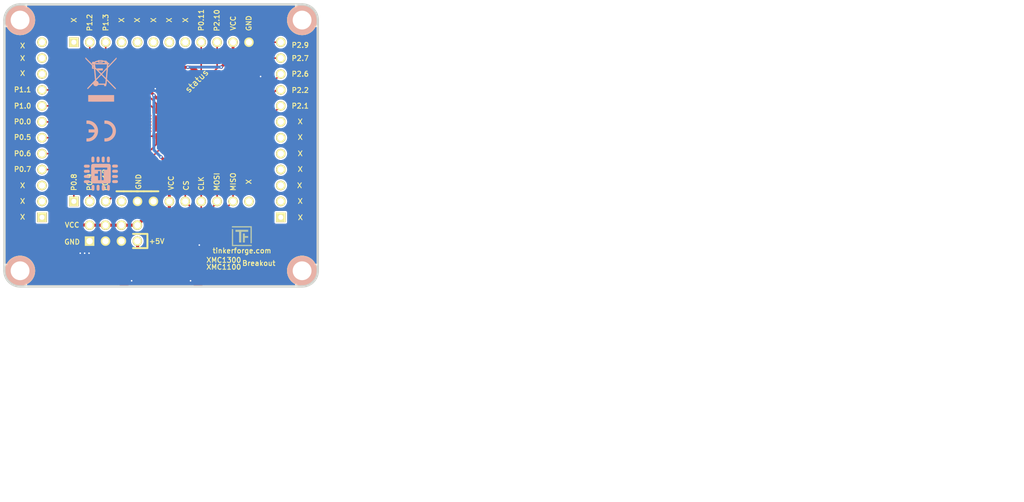
<source format=kicad_pcb>
(kicad_pcb (version 20221018) (generator pcbnew)
  (title_block (title "XMC1400 Breakout Board") (date "2017-02-07") (rev "1.0") (company "Tinkerforge GmbH") (comment 1 "Licensed under CERN OHL v.1.1") (comment 2 "Copyright (©) 2017, B.Nordmeyer <bastian@tinkerforge.com>"))
  (layers (0 "F.Cu" signal "Vorderseite") (31 "B.Cu" signal "Rückseite") (34 "B.Paste" user) (35 "F.Paste" user) (36 "B.SilkS" user "B.Silkscreen") (37 "F.SilkS" user "F.Silkscreen") (38 "B.Mask" user) (39 "F.Mask" user) (44 "Edge.Cuts" user))
  (net 0 "")
  (net 1 "GND")
  (net 2 "VCC")
  (net 3 "Net-(D3-Pad2)")
  (net 4 "S-MISO")
  (net 5 "S-MOSI")
  (net 6 "S-CLK")
  (net 7 "S-CS")
  (net 8 "Pin13")
  (net 9 "Pin14")
  (net 10 "Pin15")
  (net 11 "Pin16")
  (net 12 "Pin21")
  (net 13 "Pin22")
  (net 14 "Pin1")
  (net 15 "Pin12")
  (net 16 "Pin11")
  (net 17 "Pin10")
  (net 18 "Pin9")
  (net 19 "Pin8")
  (net 20 "Pin7")
  (net 21 "Pin6")
  (net 22 "Pin5")
  (net 23 "Pin4")
  (net 24 "Pin3")
  (net 25 "Pin2")
  (net 26 "Pin48")
  (net 27 "Pin39")
  (net 28 "Pin40")
  (net 29 "Pin43")
  (net 30 "Pin44")
  (net 31 "Pin45")
  (net 32 "Pin46")
  (net 33 "Pin47")
  (net 34 "Pin41")
  (net 35 "Pin42")
  (net 36 "Pin29")
  (net 37 "Pin30")
  (net 38 "Pin31")
  (net 39 "Pin32")
  (net 40 "Pin33")
  (net 41 "Pin34")
  (net 42 "Pin35")
  (net 43 "Pin36")
  (net 44 "Pin26")
  (net 45 "+5V")
  (net 46 "Net-(C3-Pad2)")
  (net 47 "Net-(P1-Pad4)")
  (net 48 "Net-(P1-Pad5)")
  (net 49 "Net-(P1-Pad6)")
  (net 50 "Net-(P6-Pad3)")
  (net 51 "Net-(P6-Pad4)")
  (footprint "kicad-libraries:SolderJumper" (layer "F.Cu") (at 161.175 95.675 -90)
    (fp_text reference "P2")
    (fp_text value "BOOT")
    (pad "1" smd rect (at -0.5 0 270) (size 0.4 1.4) (layers "F.Cu" "F.Mask") (net 1 "GND"))
    (pad "1" smd rect (at -0.225 -0.55 270) (size 0.95 0.3) (layers "F.Cu" "F.Mask") (net 1 "GND"))
    (pad "1" smd rect (at -0.225 0.55 270) (size 0.95 0.3) (layers "F.Cu" "F.Mask") (net 1 "GND"))
    (pad "2" smd rect (at 0.15 0 270) (size 0.6 0.5) (layers "F.Cu" "F.Mask") (net 41 "Pin34"))
    (pad "2" smd rect (at 0.55 0 270) (size 0.3 1.4) (layers "F.Cu" "F.Mask") (net 41 "Pin34"))
  )
  (footprint "kicad-libraries:Logo_31x31" (layer "F.Cu") (at 156.6 118.5)
    (fp_text reference "G***" hide)
    (fp_text value "Logo_31x31" hide)
  )
  (footprint "kicad-libraries:Fiducial_Mark" (layer "F.Cu") (at 128 120)
    (fp_text reference "Fiducial_Mark" hide)
    (fp_text value "VAL**" hide)
    (pad "1" smd circle (at 0 0) (size 1.00076 1.00076) (layers "F.Cu" "F.Paste" "F.Mask") (clearance 0.65024))
  )
  (footprint "kicad-libraries:Fiducial_Mark" (layer "F.Cu") (at 163 86)
    (fp_text reference "Fiducial_Mark" hide)
    (fp_text value "VAL**" hide)
    (pad "1" smd circle (at 0 0) (size 1.00076 1.00076) (layers "F.Cu" "F.Paste" "F.Mask") (clearance 0.65024))
  )
  (footprint "kicad-libraries:Fiducial_Mark" (layer "F.Cu") (at 131 93)
    (fp_text reference "Fiducial_Mark" hide)
    (fp_text value "VAL**" hide)
    (pad "1" smd circle (at 0 0) (size 1.00076 1.00076) (layers "F.Cu" "F.Paste" "F.Mask") (clearance 0.65024))
  )
  (footprint "kicad-libraries:pin_array_12" (layer "F.Cu") (at 145.35 89.13)
    (fp_text reference "P3")
    (fp_text value "CONN_01X12")
    (pad "1" thru_hole rect (at -13.97 0) (size 1.524 1.524) (drill 0.8128) (layers "*.Cu" "*.Mask" "F.SilkS") (net 26 "Pin48"))
    (pad "2" thru_hole circle (at -11.43 0) (size 1.524 1.524) (drill 1.016) (layers "*.Cu" "*.Mask" "F.SilkS") (net 33 "Pin47"))
    (pad "3" thru_hole circle (at -8.89 0) (size 1.524 1.524) (drill 1.016) (layers "*.Cu" "*.Mask" "F.SilkS") (net 32 "Pin46"))
    (pad "4" thru_hole circle (at -6.35 0) (size 1.524 1.524) (drill 1.016) (layers "*.Cu" "*.Mask" "F.SilkS") (net 31 "Pin45"))
    (pad "5" thru_hole circle (at -3.81 0) (size 1.524 1.524) (drill 1.016) (layers "*.Cu" "*.Mask" "F.SilkS") (net 30 "Pin44"))
    (pad "6" thru_hole circle (at -1.27 0) (size 1.524 1.524) (drill 1.016) (layers "*.Cu" "*.Mask" "F.SilkS") (net 29 "Pin43"))
    (pad "7" thru_hole circle (at 1.27 0) (size 1.524 1.524) (drill 1.016) (layers "*.Cu" "*.Mask" "F.SilkS") (net 35 "Pin42"))
    (pad "8" thru_hole circle (at 3.81 0) (size 1.524 1.524) (drill 1.016) (layers "*.Cu" "*.Mask" "F.SilkS") (net 34 "Pin41"))
    (pad "9" thru_hole circle (at 6.35 0) (size 1.524 1.524) (drill 1.016) (layers "*.Cu" "*.Mask" "F.SilkS") (net 28 "Pin40"))
    (pad "10" thru_hole circle (at 8.89 0) (size 1.524 1.524) (drill 1.016) (layers "*.Cu" "*.Mask" "F.SilkS") (net 27 "Pin39"))
    (pad "11" thru_hole circle (at 11.43 0) (size 1.524 1.524) (drill 1.016) (layers "*.Cu" "*.Mask" "F.SilkS") (net 2 "VCC"))
    (pad "12" thru_hole circle (at 13.97 0) (size 1.524 1.524) (drill 1.016) (layers "*.Cu" "*.Mask" "F.SilkS") (net 1 "GND"))
  )
  (footprint "kicad-libraries:pin_array_12" (layer "F.Cu") (at 126.3 103.1 90)
    (fp_text reference "P4")
    (fp_text value "CONN_01X12")
    (pad "1" thru_hole rect (at -13.97 0 90) (size 1.524 1.524) (drill 0.8128) (layers "*.Cu" "*.Mask" "F.SilkS") (net 15 "Pin12"))
    (pad "2" thru_hole circle (at -11.43 0 90) (size 1.524 1.524) (drill 1.016) (layers "*.Cu" "*.Mask" "F.SilkS") (net 16 "Pin11"))
    (pad "3" thru_hole circle (at -8.89 0 90) (size 1.524 1.524) (drill 1.016) (layers "*.Cu" "*.Mask" "F.SilkS") (net 17 "Pin10"))
    (pad "4" thru_hole circle (at -6.35 0 90) (size 1.524 1.524) (drill 1.016) (layers "*.Cu" "*.Mask" "F.SilkS") (net 18 "Pin9"))
    (pad "5" thru_hole circle (at -3.81 0 90) (size 1.524 1.524) (drill 1.016) (layers "*.Cu" "*.Mask" "F.SilkS") (net 19 "Pin8"))
    (pad "6" thru_hole circle (at -1.27 0 90) (size 1.524 1.524) (drill 1.016) (layers "*.Cu" "*.Mask" "F.SilkS") (net 20 "Pin7"))
    (pad "7" thru_hole circle (at 1.27 0 90) (size 1.524 1.524) (drill 1.016) (layers "*.Cu" "*.Mask" "F.SilkS") (net 21 "Pin6"))
    (pad "8" thru_hole circle (at 3.81 0 90) (size 1.524 1.524) (drill 1.016) (layers "*.Cu" "*.Mask" "F.SilkS") (net 22 "Pin5"))
    (pad "9" thru_hole circle (at 6.35 0 90) (size 1.524 1.524) (drill 1.016) (layers "*.Cu" "*.Mask" "F.SilkS") (net 23 "Pin4"))
    (pad "10" thru_hole circle (at 8.89 0 90) (size 1.524 1.524) (drill 1.016) (layers "*.Cu" "*.Mask" "F.SilkS") (net 24 "Pin3"))
    (pad "11" thru_hole circle (at 11.43 0 90) (size 1.524 1.524) (drill 1.016) (layers "*.Cu" "*.Mask" "F.SilkS") (net 25 "Pin2"))
    (pad "12" thru_hole circle (at 13.97 0 90) (size 1.524 1.524) (drill 1.016) (layers "*.Cu" "*.Mask" "F.SilkS") (net 14 "Pin1"))
  )
  (footprint "kicad-libraries:pin_array_12" (layer "F.Cu") (at 145.35 114.53)
    (fp_text reference "P5")
    (fp_text value "CONN_01X12")
    (pad "1" thru_hole rect (at -13.97 0) (size 1.524 1.524) (drill 0.8128) (layers "*.Cu" "*.Mask" "F.SilkS") (net 8 "Pin13"))
    (pad "2" thru_hole circle (at -11.43 0) (size 1.524 1.524) (drill 1.016) (layers "*.Cu" "*.Mask" "F.SilkS") (net 9 "Pin14"))
    (pad "3" thru_hole circle (at -8.89 0) (size 1.524 1.524) (drill 1.016) (layers "*.Cu" "*.Mask" "F.SilkS") (net 10 "Pin15"))
    (pad "4" thru_hole circle (at -6.35 0) (size 1.524 1.524) (drill 1.016) (layers "*.Cu" "*.Mask" "F.SilkS") (net 11 "Pin16"))
    (pad "5" thru_hole circle (at -3.81 0) (size 1.524 1.524) (drill 1.016) (layers "*.Cu" "*.Mask" "F.SilkS") (net 1 "GND"))
    (pad "6" thru_hole circle (at -1.27 0) (size 1.524 1.524) (drill 1.016) (layers "*.Cu" "*.Mask" "F.SilkS") (net 1 "GND"))
    (pad "7" thru_hole circle (at 1.27 0) (size 1.524 1.524) (drill 1.016) (layers "*.Cu" "*.Mask" "F.SilkS") (net 2 "VCC"))
    (pad "8" thru_hole circle (at 3.81 0) (size 1.524 1.524) (drill 1.016) (layers "*.Cu" "*.Mask" "F.SilkS") (net 7 "S-CS"))
    (pad "9" thru_hole circle (at 6.35 0) (size 1.524 1.524) (drill 1.016) (layers "*.Cu" "*.Mask" "F.SilkS") (net 6 "S-CLK"))
    (pad "10" thru_hole circle (at 8.89 0) (size 1.524 1.524) (drill 1.016) (layers "*.Cu" "*.Mask" "F.SilkS") (net 5 "S-MOSI"))
    (pad "11" thru_hole circle (at 11.43 0) (size 1.524 1.524) (drill 1.016) (layers "*.Cu" "*.Mask" "F.SilkS") (net 4 "S-MISO"))
    (pad "12" thru_hole circle (at 13.97 0) (size 1.524 1.524) (drill 1.016) (layers "*.Cu" "*.Mask" "F.SilkS") (net 12 "Pin21"))
  )
  (footprint "kicad-libraries:pin_array_12" (layer "F.Cu") (at 164.4 103.1 90)
    (fp_text reference "P6")
    (fp_text value "CONN_01X12")
    (pad "1" thru_hole rect (at -13.97 0 90) (size 1.524 1.524) (drill 0.8128) (layers "*.Cu" "*.Mask" "F.SilkS") (net 13 "Pin22"))
    (pad "2" thru_hole circle (at -11.43 0 90) (size 1.524 1.524) (drill 1.016) (layers "*.Cu" "*.Mask" "F.SilkS") (net 44 "Pin26"))
    (pad "3" thru_hole circle (at -8.89 0 90) (size 1.524 1.524) (drill 1.016) (layers "*.Cu" "*.Mask" "F.SilkS") (net 50 "Net-(P6-Pad3)"))
    (pad "4" thru_hole circle (at -6.35 0 90) (size 1.524 1.524) (drill 1.016) (layers "*.Cu" "*.Mask" "F.SilkS") (net 51 "Net-(P6-Pad4)"))
    (pad "5" thru_hole circle (at -3.81 0 90) (size 1.524 1.524) (drill 1.016) (layers "*.Cu" "*.Mask" "F.SilkS") (net 36 "Pin29"))
    (pad "6" thru_hole circle (at -1.27 0 90) (size 1.524 1.524) (drill 1.016) (layers "*.Cu" "*.Mask" "F.SilkS") (net 37 "Pin30"))
    (pad "7" thru_hole circle (at 1.27 0 90) (size 1.524 1.524) (drill 1.016) (layers "*.Cu" "*.Mask" "F.SilkS") (net 38 "Pin31"))
    (pad "8" thru_hole circle (at 3.81 0 90) (size 1.524 1.524) (drill 1.016) (layers "*.Cu" "*.Mask" "F.SilkS") (net 39 "Pin32"))
    (pad "9" thru_hole circle (at 6.35 0 90) (size 1.524 1.524) (drill 1.016) (layers "*.Cu" "*.Mask" "F.SilkS") (net 40 "Pin33"))
    (pad "10" thru_hole circle (at 8.89 0 90) (size 1.524 1.524) (drill 1.016) (layers "*.Cu" "*.Mask" "F.SilkS") (net 41 "Pin34"))
    (pad "11" thru_hole circle (at 11.43 0 90) (size 1.524 1.524) (drill 1.016) (layers "*.Cu" "*.Mask" "F.SilkS") (net 42 "Pin35"))
    (pad "12" thru_hole circle (at 13.97 0 90) (size 1.524 1.524) (drill 1.016) (layers "*.Cu" "*.Mask" "F.SilkS") (net 43 "Pin36"))
  )
  (footprint "C0603F" (layer "F.Cu") (at 137.5 124.6 -90)
    (fp_text reference "C1")
    (fp_text value "10uF")
    (pad "1" smd rect (at -0.75 0 270) (size 0.9 0.9) (layers "F.Cu" "F.Paste" "F.Mask") (net 1 "GND"))
    (pad "2" smd rect (at 0.75 0 270) (size 0.9 0.9) (layers "F.Cu" "F.Paste" "F.Mask") (net 2 "VCC"))
  )
  (footprint "C0603F" (layer "F.Cu") (at 133.1 124.6 -90)
    (fp_text reference "C2")
    (fp_text value "1uF")
    (pad "1" smd rect (at -0.75 0 270) (size 0.9 0.9) (layers "F.Cu" "F.Paste" "F.Mask") (net 1 "GND"))
    (pad "2" smd rect (at 0.75 0 270) (size 0.9 0.9) (layers "F.Cu" "F.Paste" "F.Mask") (net 2 "VCC"))
  )
  (footprint "D0603E" (layer "F.Cu") (at 149.95 94.3 -135)
    (fp_text reference "D3")
    (fp_text value "blue")
    (pad "1" smd rect (at -0.8501 0 225) (size 1.1 1) (layers "F.Cu" "F.Paste" "F.Mask") (net 2 "VCC"))
    (pad "2" smd rect (at 0.8501 0 225) (size 1.1 1) (layers "F.Cu" "F.Paste" "F.Mask") (net 3 "Net-(D3-Pad2)"))
  )
  (footprint "CON-SENSOR2" (layer "F.Cu") (at 145.3 128.1)
    (fp_text reference "P1")
    (fp_text value "CON-SENSOR2")
    (pad "1" smd rect (at -3.75 -4.6) (size 0.6 1.8) (layers "F.Cu" "F.Paste" "F.Mask") (net 45 "+5V"))
    (pad "2" smd rect (at -2.5 -4.6) (size 0.6 1.8) (layers "F.Cu" "F.Paste" "F.Mask") (net 1 "GND"))
    (pad "3" smd rect (at -1.25 -4.6) (size 0.6 1.8) (layers "F.Cu" "F.Paste" "F.Mask") (net 2 "VCC"))
    (pad "4" smd rect (at 0 -4.6) (size 0.6 1.8) (layers "F.Cu" "F.Paste" "F.Mask") (net 47 "Net-(P1-Pad4)"))
    (pad "5" smd rect (at 1.25 -4.6) (size 0.6 1.8) (layers "F.Cu" "F.Paste" "F.Mask") (net 48 "Net-(P1-Pad5)"))
    (pad "6" smd rect (at 2.5 -4.6) (size 0.6 1.8) (layers "F.Cu" "F.Paste" "F.Mask") (net 49 "Net-(P1-Pad6)"))
    (pad "7" smd rect (at 3.75 -4.6) (size 0.6 1.8) (layers "F.Cu" "F.Paste" "F.Mask") (net 46 "Net-(C3-Pad2)"))
    (pad "EP" smd rect (at -5.9 -1.2) (size 1.4 2.4) (layers "F.Cu" "F.Paste" "F.Mask") (net 1 "GND"))
    (pad "EP" smd rect (at 5.9 -1.2) (size 1.4 2.4) (layers "F.Cu" "F.Paste" "F.Mask") (net 1 "GND"))
  )
  (footprint "R0603F" (layer "F.Cu") (at 147.8 96.475 45)
    (fp_text reference "R1")
    (fp_text value "1k")
    (pad "1" smd rect (at -0.75 0 45) (size 0.9 0.9) (layers "F.Cu" "F.Paste" "F.Mask") (net 28 "Pin40"))
    (pad "2" smd rect (at 0.75 0 45) (size 0.9 0.9) (layers "F.Cu" "F.Paste" "F.Mask") (net 3 "Net-(D3-Pad2)"))
  )
  (footprint "DRILL_NP" (layer "F.Cu") (at 122.8 85.6 -90)
    (fp_text reference "U2" hide)
    (fp_text value "DRILL" hide)
    (pad "" np_thru_hole circle (at 0 0 270) (size 2.99974 2.99974) (drill 2.99974) (layers "*.Cu" "*.Mask" "F.SilkS") (clearance 0.89916))
  )
  (footprint "DRILL_NP" (layer "F.Cu") (at 122.8 125.6 90)
    (fp_text reference "U3" hide)
    (fp_text value "DRILL" hide)
    (pad "" np_thru_hole circle (at 0 0 90) (size 2.99974 2.99974) (drill 2.99974) (layers "*.Cu" "*.Mask" "F.SilkS") (clearance 0.89916))
  )
  (footprint "DRILL_NP" (layer "F.Cu") (at 167.8 125.6 90)
    (fp_text reference "U4" hide)
    (fp_text value "DRILL" hide)
    (pad "" np_thru_hole circle (at 0 0 90) (size 2.99974 2.99974) (drill 2.99974) (layers "*.Cu" "*.Mask" "F.SilkS") (clearance 0.89916))
  )
  (footprint "DRILL_NP" (layer "F.Cu") (at 167.8 85.6)
    (fp_text reference "U5" hide)
    (fp_text value "DRILL" hide)
    (pad "" np_thru_hole circle (at 0 0) (size 2.99974 2.99974) (drill 2.99974) (layers "*.Cu" "*.Mask" "F.SilkS") (clearance 0.89916))
  )
  (footprint "kicad-libraries:pin_array_4x2" (layer "F.Cu") (at 137.7 119.6)
    (fp_text reference "P7")
    (fp_text value "CONN_02X04" hide)
    (pad "1" thru_hole rect (at -3.81 1.27) (size 1.524 1.524) (drill 1.016) (layers "*.Cu" "*.Mask" "F.SilkS") (net 1 "GND"))
    (pad "2" thru_hole circle (at -3.81 -1.27) (size 1.524 1.524) (drill 1.016) (layers "*.Cu" "*.Mask" "F.SilkS") (net 2 "VCC"))
    (pad "3" thru_hole circle (at -1.27 1.27) (size 1.524 1.524) (drill 1.016) (layers "*.Cu" "*.Mask" "F.SilkS") (net 1 "GND"))
    (pad "4" thru_hole circle (at -1.27 -1.27) (size 1.524 1.524) (drill 1.016) (layers "*.Cu" "*.Mask" "F.SilkS") (net 2 "VCC"))
    (pad "5" thru_hole circle (at 1.27 1.27) (size 1.524 1.524) (drill 1.016) (layers "*.Cu" "*.Mask" "F.SilkS") (net 1 "GND"))
    (pad "6" thru_hole circle (at 1.27 -1.27) (size 1.524 1.524) (drill 1.016) (layers "*.Cu" "*.Mask" "F.SilkS") (net 2 "VCC"))
    (pad "7" thru_hole circle (at 3.81 1.27) (size 1.524 1.524) (drill 1.016) (layers "*.Cu" "*.Mask" "F.SilkS") (net 45 "+5V"))
    (pad "8" thru_hole circle (at 3.81 -1.27) (size 1.524 1.524) (drill 1.016) (layers "*.Cu" "*.Mask" "F.SilkS") (net 2 "VCC"))
  )
  (footprint "C0603F" (layer "F.Cu") (at 149.8 121.5 180)
    (fp_text reference "C3")
    (fp_text value "220pF")
    (pad "1" smd rect (at -0.75 0 180) (size 0.9 0.9) (layers "F.Cu" "F.Paste" "F.Mask") (net 1 "GND"))
    (pad "2" smd rect (at 0.75 0 180) (size 0.9 0.9) (layers "F.Cu" "F.Paste" "F.Mask") (net 46 "Net-(C3-Pad2)"))
  )
  (footprint "4X0402" (layer "F.Cu") (at 149.6 119 135)
    (fp_text reference "RP1")
    (fp_text value "82")
    (pad "1" smd rect (at -0.7493 0.575 315) (size 0.29972 0.65) (layers "F.Cu" "F.Paste" "F.Mask") (net 4 "S-MISO"))
    (pad "2" smd rect (at -0.24892 0.575 315) (size 0.29972 0.65) (layers "F.Cu" "F.Paste" "F.Mask") (net 5 "S-MOSI"))
    (pad "3" smd rect (at 0.24892 0.575 315) (size 0.29972 0.65) (layers "F.Cu" "F.Paste" "F.Mask") (net 6 "S-CLK"))
    (pad "4" smd rect (at 0.7493 0.575 315) (size 0.29972 0.65) (layers "F.Cu" "F.Paste" "F.Mask") (net 7 "S-CS"))
    (pad "5" smd rect (at 0.7493 -0.575 135) (size 0.29972 0.65) (layers "F.Cu" "F.Paste" "F.Mask") (net 47 "Net-(P1-Pad4)"))
    (pad "6" smd rect (at 0.24892 -0.575 135) (size 0.29972 0.65) (layers "F.Cu" "F.Paste" "F.Mask") (net 48 "Net-(P1-Pad5)"))
    (pad "7" smd rect (at -0.24892 -0.575 135) (size 0.29972 0.65) (layers "F.Cu" "F.Paste" "F.Mask") (net 49 "Net-(P1-Pad6)"))
    (pad "8" smd rect (at -0.7493 -0.575 135) (size 0.29972 0.65) (layers "F.Cu" "F.Paste" "F.Mask") (net 46 "Net-(C3-Pad2)"))
  )
  (footprint "kicad-libraries:QFN24-4x4mm-0.5mm" (layer "F.Cu") (at 145.3 102.1 180)
    (fp_text reference "U1")
    (fp_text value "XMC1XXX24")
    (pad "1" smd oval (at -2.025 -1.25 180) (size 1 0.3) (layers "F.Cu" "F.Paste" "F.Mask") (net 4 "S-MISO"))
    (pad "2" smd oval (at -2.025 -0.75 180) (size 1 0.3) (layers "F.Cu" "F.Paste" "F.Mask") (net 39 "Pin32"))
    (pad "3" smd oval (at -2.025 -0.25 180) (size 1 0.3) (layers "F.Cu" "F.Paste" "F.Mask") (net 40 "Pin33"))
    (pad "4" smd oval (at -2.025 0.25 180) (size 1 0.3) (layers "F.Cu" "F.Paste" "F.Mask") (net 41 "Pin34"))
    (pad "5" smd oval (at -2.025 0.75 180) (size 1 0.3) (layers "F.Cu" "F.Paste" "F.Mask") (net 42 "Pin35"))
    (pad "6" smd oval (at -2.025 1.25 180) (size 1 0.3) (layers "F.Cu" "F.Paste" "F.Mask") (net 43 "Pin36"))
    (pad "7" smd oval (at -1.25 2.025 270) (size 1 0.3) (layers "F.Cu" "F.Paste" "F.Mask") (net 27 "Pin39"))
    (pad "8" smd oval (at -0.75 2.025 270) (size 1 0.3) (layers "F.Cu" "F.Paste" "F.Mask") (net 28 "Pin40"))
    (pad "9" smd oval (at -0.25 2.025 270) (size 1 0.3) (layers "F.Cu" "F.Paste" "F.Mask") (net 1 "GND"))
    (pad "10" smd oval (at 0.25 2.025 270) (size 1 0.3) (layers "F.Cu" "F.Paste" "F.Mask") (net 2 "VCC"))
    (pad "11" smd oval (at 0.75 2.025 270) (size 1 0.3) (layers "F.Cu" "F.Paste" "F.Mask") (net 32 "Pin46"))
    (pad "12" smd oval (at 1.25 2.025 270) (size 1 0.3) (layers "F.Cu" "F.Paste" "F.Mask") (net 33 "Pin47"))
    (pad "13" smd oval (at 2.025 1.25 180) (size 1 0.3) (layers "F.Cu" "F.Paste" "F.Mask") (net 23 "Pin4"))
    (pad "14" smd oval (at 2.025 0.75 180) (size 1 0.3) (layers "F.Cu" "F.Paste" "F.Mask") (net 22 "Pin5"))
    (pad "15" smd oval (at 2.025 0.25 180) (size 1 0.3) (layers "F.Cu" "F.Paste" "F.Mask") (net 21 "Pin6"))
    (pad "16" smd oval (at 2.025 -0.25 180) (size 1 0.3) (layers "F.Cu" "F.Paste" "F.Mask") (net 20 "Pin7"))
    (pad "17" smd oval (at 2.025 -0.75 180) (size 1 0.3) (layers "F.Cu" "F.Paste" "F.Mask") (net 19 "Pin8"))
    (pad "18" smd oval (at 2.025 -1.25 180) (size 1 0.3) (layers "F.Cu" "F.Paste" "F.Mask") (net 18 "Pin9"))
    (pad "19" smd oval (at 1.25 -2.025 270) (size 1 0.3) (layers "F.Cu" "F.Paste" "F.Mask") (net 8 "Pin13"))
    (pad "20" smd oval (at 0.75 -2.025 270) (size 1 0.3) (layers "F.Cu" "F.Paste" "F.Mask") (net 9 "Pin14"))
    (pad "21" smd oval (at 0.25 -2.025 270) (size 1 0.3) (layers "F.Cu" "F.Paste" "F.Mask") (net 10 "Pin15"))
    (pad "22" smd oval (at -0.25 -2.025 270) (size 1 0.3) (layers "F.Cu" "F.Paste" "F.Mask") (net 7 "S-CS"))
    (pad "23" smd oval (at -0.75 -2.025 270) (size 1 0.3) (layers "F.Cu" "F.Paste" "F.Mask") (net 6 "S-CLK"))
    (pad "24" smd oval (at -1.25 -2.025 270) (size 1 0.3) (layers "F.Cu" "F.Paste" "F.Mask") (net 5 "S-MOSI"))
    (pad "EXP" smd rect (at -0.65 -0.65 180) (size 1.3 1.3) (layers "F.Cu" "F.Paste" "F.Mask") (net 1 "GND"))
    (pad "EXP" smd rect (at -0.65 0.65 180) (size 1.3 1.3) (layers "F.Cu" "F.Paste" "F.Mask") (net 1 "GND"))
    (pad "EXP" smd rect (at 0.65 -0.65 180) (size 1.3 1.3) (layers "F.Cu" "F.Paste" "F.Mask") (net 1 "GND"))
    (pad "EXP" smd rect (at 0.65 0.65 180) (size 1.3 1.3) (layers "F.Cu" "F.Paste" "F.Mask") (net 1 "GND"))
  )
  (footprint "C0603F" (layer "F.Cu") (at 145.3 97.3 90)
    (fp_text reference "C4")
    (fp_text value "100nF")
    (pad "1" smd rect (at -0.75 0 90) (size 0.9 0.9) (layers "F.Cu" "F.Paste" "F.Mask") (net 2 "VCC"))
    (pad "2" smd rect (at 0.75 0 90) (size 0.9 0.9) (layers "F.Cu" "F.Paste" "F.Mask") (net 1 "GND"))
  )
  (footprint "kicad-libraries:WEEE_7mm_back" (layer "B.Cu") (at 135.7 95.1)
    (fp_text reference "VAL" hide)
    (fp_text value "WEEE_7mm_back" hide)
  )
  (footprint "kicad-libraries:CE_5mm" (layer "B.Cu") (at 135.7 103.3 180)
    (fp_text reference "VAL" hide)
    (fp_text value "CE_5mm" hide)
  )
  (footprint "kicad-libraries:Logo_CoMCU" (layer "B.Cu") (at 135.7 110.1 180)
    (fp_text reference "G***" hide)
    (fp_text value "LOGO" hide)
  )
  (gr_line (start 167.8 128.1) (end 122.8 128.1) (stroke (width 0.381)) (layer "Edge.Cuts"))
  (gr_arc (start 120.3 85.6) (mid 121.032233 83.832233) (end 122.8 83.1) (stroke (width 0.381)) (layer "Edge.Cuts"))
  (gr_line (start 120.3 125.6) (end 120.3 85.6) (stroke (width 0.381)) (layer "Edge.Cuts"))
  (gr_line (start 170.3 85.6) (end 170.3 125.6) (stroke (width 0.381)) (layer "Edge.Cuts"))
  (gr_arc (start 167.8 83.1) (mid 169.567767 83.832233) (end 170.3 85.6) (stroke (width 0.381)) (layer "Edge.Cuts"))
  (gr_line (start 122.8 83.1) (end 167.8 83.1) (stroke (width 0.381)) (layer "Edge.Cuts"))
  (gr_arc (start 170.3 125.6) (mid 169.567767 127.367767) (end 167.8 128.1) (stroke (width 0.381)) (layer "Edge.Cuts"))
  (gr_arc (start 122.8 128.1) (mid 121.032233 127.367767) (end 120.3 125.6) (stroke (width 0.381)) (layer "Edge.Cuts"))
  (gr_text "_" (at 142 121.1 90) (layer "F.SilkS") (effects (font (size 2.032 1.524) (thickness 0.3048))))
  (gr_text "tinkerforge.com" (at 158.2 122.4) (layer "F.SilkS") (effects (font (size 0.8001 0.8001) (thickness 0.14986))))
  (gr_text "P1.3" (at 136.475 86 90) (layer "F.SilkS") (effects (font (size 0.8 0.8))))
  (gr_text "X" (at 159.3 111.4 90) (layer "F.SilkS") (effects (font (size 0.8 0.8))))
  (gr_text "_" (at 141.4 118.6) (layer "F.SilkS") (effects (font (size 2.032 1.524) (thickness 0.3048))))
  (gr_text "P2.2" (at 167.5 96.8) (layer "F.SilkS") (effects (font (size 0.8 0.8))))
  (gr_text "X" (at 144.1 85.6 90) (layer "F.SilkS") (effects (font (size 0.8 0.8))))
  (gr_text "P0.0" (at 123.2 101.8) (layer "F.SilkS") (effects (font (size 0.8 0.8))))
  (gr_text "XMC1300\n" (at 155.3 123.9) (layer "F.SilkS") (effects (font (size 0.8 0.8))))
  (gr_text "_" (at 142.5 123.1 180) (layer "F.SilkS") (effects (font (size 2.032 1.524) (thickness 0.3048))))
  (gr_text "P1.0" (at 123.2 99.3) (layer "F.SilkS") (effects (font (size 0.8 0.8))))
  (gr_text "X" (at 149.2 85.6 90) (layer "F.SilkS") (effects (font (size 0.8 0.8))))
  (gr_text "___" (at 139.925 111.8) (layer "F.SilkS") (effects (font (size 2.032 1.524) (thickness 0.3048))))
  (gr_text "P0.11" (at 151.7 85.6 90) (layer "F.SilkS") (effects (font (size 0.8 0.8))))
  (gr_text "CS" (at 149.3 112 90) (layer "F.SilkS") (effects (font (size 0.8 0.8))))
  (gr_text "MOSI" (at 154.2 111.4 90) (layer "F.SilkS") (effects (font (size 0.8 0.8))))
  (gr_text "_" (at 141.4 123.1 180) (layer "F.SilkS") (effects (font (size 2.032 1.524) (thickness 0.3048))))
  (gr_text "GND\n" (at 159.3 86.1 90) (layer "F.SilkS") (effects (font (size 0.8 0.8))))
  (gr_text "X" (at 146.6 85.6 90) (layer "F.SilkS") (effects (font (size 0.8 0.8))))
  (gr_text "P0.8\n" (at 131.4 111.475 90) (layer "F.SilkS") (effects (font (size 0.8 0.8))))
  (gr_text "X" (at 141.5 85.6 90) (layer "F.SilkS") (effects (font (size 0.8 0.8))))
  (gr_text "P0.12" (at 136.4 111.1 90) (layer "F.SilkS") (effects (font (size 0.8 0.8))))
  (gr_text "_" (at 142 121.4 90) (layer "F.SilkS") (effects (font (size 2.032 1.524) (thickness 0.3048))))
  (gr_text "P1.2\n" (at 133.9 86 90) (layer "F.SilkS") (effects (font (size 0.8 0.8))))
  (gr_text "P0.5" (at 123.2 104.3) (layer "F.SilkS") (effects (font (size 0.8 0.8))))
  (gr_text "___" (at 143.125 111.8) (layer "F.SilkS") (effects (font (size 2.032 1.524) (thickness 0.3048))))
  (gr_text "P0.9" (at 133.9 111.475 90) (layer "F.SilkS") (effects (font (size 0.8 0.8))))
  (gr_text "P0.6" (at 123.2 106.9) (layer "F.SilkS") (effects (font (size 0.8 0.8))))
  (gr_text "VCC" (at 146.9 111.6 90) (layer "F.SilkS") (effects (font (size 0.8 0.8))))
  (gr_text "X" (at 139 85.6 90) (layer "F.SilkS") (effects (font (size 0.8 0.8))))
  (gr_text "X" (at 167.525 117.1) (layer "F.SilkS") (effects (font (size 0.8 0.8))))
  (gr_text "X" (at 123.2 114.5) (layer "F.SilkS") (effects (font (size 0.8 0.8))))
  (gr_text "X" (at 131.4 85.6 90) (layer "F.SilkS") (effects (font (size 0.8 0.8))))
  (gr_text "_" (at 142.5 118.6) (layer "F.SilkS") (effects (font (size 2.032 1.524) (thickness 0.3048))))
  (gr_text "P2.10" (at 154.2 85.65 90) (layer "F.SilkS") (effects (font (size 0.8 0.8))))
  (gr_text "GND\n" (at 131.1 121) (layer "F.SilkS") (effects (font (size 0.8 0.8))))
  (gr_text "X" (at 167.5 114.5) (layer "F.SilkS") (effects (font (size 0.8 0.8))))
  (gr_text "GND\n" (at 141.7 111.4 90) (layer "F.SilkS") (effects (font (size 0.8 0.8))))
  (gr_text "X" (at 167.5 104.3) (layer "F.SilkS") (effects (font (size 0.8 0.8))))
  (gr_text "X" (at 167.5 101.8) (layer "F.SilkS") (effects (font (size 0.8 0.8))))
  (gr_text "P1.1" (at 123.2 96.7) (layer "F.SilkS") (effects (font (size 0.8 0.8))))
  (gr_text "MISO" (at 156.8 111.4 90) (layer "F.SilkS") (effects (font (size 0.8 0.8))))
  (gr_text "X" (at 167.5 106.9) (layer "F.SilkS") (effects (font (size 0.8 0.8))))
  (gr_text "P0.7" (at 123.2 109.4) (layer "F.SilkS") (effects (font (size 0.8 0.8))))
  (gr_text "X" (at 123.2 94.1) (layer "F.SilkS") (effects (font (size 0.8 0.8))))
  (gr_text "P2.7" (at 167.5 91.7) (layer "F.SilkS") (effects (font (size 0.8 0.8))))
  (gr_text "X" (at 123.2 112) (layer "F.SilkS") (effects (font (size 0.8 0.8))))
  (gr_text "P2.1" (at 167.5 99.3) (layer "F.SilkS") (effects (font (size 0.8 0.8))))
  (gr_text "X" (at 123.2 117.025) (layer "F.SilkS") (effects (font (size 0.8 0.8))))
  (gr_text "VCC" (at 131.1 118.3) (layer "F.SilkS") (effects (font (size 0.8 0.8))))
  (gr_text "Breakout\n" (at 160.9 124.4) (layer "F.SilkS") (effects (font (size 0.8 0.8))))
  (gr_text "+5V" (at 144.6 120.9) (layer "F.SilkS") (effects (font (size 0.8 0.8))))
  (gr_text "X" (at 123.2 89.7) (layer "F.SilkS") (effects (font (size 0.8 0.8))))
  (gr_text "X" (at 123.2 91.7) (layer "F.SilkS") (effects (font (size 0.8 0.8))))
  (gr_text "VCC" (at 156.8 86.1 90) (layer "F.SilkS") (effects (font (size 0.8 0.8))))
  (gr_text "XMC1100\n" (at 155.3 125) (layer "F.SilkS") (effects (font (size 0.8 0.8))))
  (gr_text "P2.6\n" (at 167.5 94.2) (layer "F.SilkS") (effects (font (size 0.8 0.8))))
  (gr_text "CLK" (at 151.7 111.7 90) (layer "F.SilkS") (effects (font (size 0.8 0.8))))
  (gr_text "X" (at 167.5 109.4) (layer "F.SilkS") (effects (font (size 0.8 0.8))))
  (gr_text "_" (at 142 120.3 90) (layer "F.SilkS") (effects (font (size 2.032 1.524) (thickness 0.3048))))
  (gr_text "P2.9" (at 167.5 89.6) (layer "F.SilkS") (effects (font (size 0.8 0.8))))
  (gr_text "status" (at 150.99 95.31 45) (layer "F.SilkS") (effects (font (size 1 1))))
  (gr_text "X" (at 167.4 112) (layer "F.SilkS") (effects (font (size 0.8 0.8))))
  (segment (start 133.0499 123.7499) (end 132.4 123.1) (width 0.7) (layer "F.Cu") (net 1))
  (segment (start 132.4 123.1) (end 132.4 122.8) (width 0.7) (layer "F.Cu") (net 1))
  (segment (start 133.1 123.7) (end 133.8 123) (width 0.7) (layer "F.Cu") (net 1))
  (segment (start 133.8 123) (end 133.8 122.8) (width 0.7) (layer "F.Cu") (net 1))
  (segment (start 140.59916 127.20084) (end 140.6 127.2) (width 0.5) (layer "F.Cu") (net 1))
  (segment (start 150.00084 127.20084) (end 150 127.2) (width 0.5) (layer "F.Cu") (net 1))
  (segment (start 142.8 124.7) (end 142.6 124.9) (width 0.5) (layer "F.Cu") (net 1))
  (segment (start 142.6 124.9) (end 141.1 124.9) (width 0.5) (layer "F.Cu") (net 1))
  (segment (start 141.1 124.9) (end 139.9499 123.7499) (width 0.5) (layer "F.Cu") (net 1))
  (segment (start 139.9499 123.7499) (end 137.5 123.7499) (width 0.5) (layer "F.Cu") (net 1))
  (segment (start 145.55 99.15) (end 145.775 98.925) (width 0.25) (layer "F.Cu") (net 1))
  (segment (start 145.775 98.925) (end 146.075 98.925) (width 0.25) (layer "F.Cu") (net 1))
  (segment (start 146.075 98.925) (end 146.1 98.9) (width 0.25) (layer "F.Cu") (net 1))
  (segment (start 146.1 98.9) (end 146.1 97.35) (width 0.25) (layer "F.Cu") (net 1))
  (segment (start 146.1 97.35) (end 145.3 96.55) (width 0.25) (layer "F.Cu") (net 1))
  (segment (start 160.625 95.215) (end 160.65 95.19) (width 0.2) (layer "F.Cu") (net 1))
  (segment (start 160.65 95.19) (end 161.19 95.19) (width 0.2) (layer "F.Cu") (net 1))
  (segment (start 161.19 95.19) (end 161.175 95.175) (width 0.2) (layer "F.Cu") (net 1))
  (segment (start 161.725 95.195) (end 161.71 95.18) (width 0.2) (layer "F.Cu") (net 1))
  (segment (start 161.71 95.18) (end 161.18 95.18) (width 0.2) (layer "F.Cu") (net 1))
  (segment (start 161.18 95.18) (end 161.175 95.175) (width 0.2) (layer "F.Cu") (net 1))
  (segment (start 145.55 101.05) (end 145.95 101.45) (width 0.2) (layer "F.Cu") (net 1))
  (segment (start 145.95 101.45) (end 144.65 102.75) (width 0.2) (layer "F.Cu") (net 1))
  (segment (start 144.65 102.75) (end 144.65 101.45) (width 0.2) (layer "F.Cu") (net 1))
  (segment (start 144.65 101.45) (end 145.95 101.45) (width 0.2) (layer "F.Cu") (net 1))
  (segment (start 145.95 101.45) (end 145.95 102.75) (width 0.2) (layer "F.Cu") (net 1))
  (segment (start 145.95 102.75) (end 144.65 102.75) (width 0.2) (layer "F.Cu") (net 1))
  (segment (start 145.55 100.075) (end 145.55 99.15) (width 0.25) (layer "F.Cu") (net 1))
  (segment (start 142.8 123.5) (end 142.8 124.7) (width 0.5) (layer "F.Cu") (net 1))
  (segment (start 133.1 123.7499) (end 133.0499 123.7499) (width 0.7) (layer "F.Cu") (net 1))
  (segment (start 133.1 123.7499) (end 137.5 123.7499) (width 0.7) (layer "F.Cu") (net 1))
  (segment (start 145.3 96.55) (end 144.375 96.55) (width 0.5) (layer "F.Cu") (net 1))
  (segment (start 160.625 95.45) (end 160.625 95.215) (width 0.2) (layer "F.Cu") (net 1))
  (segment (start 161.725 95.45) (end 161.725 95.195) (width 0.2) (layer "F.Cu") (net 1))
  (segment (start 151.09882 127.20084) (end 150.00084 127.20084) (width 0.5) (layer "F.Cu") (net 1))
  (segment (start 133.1 123.7499) (end 133.1 123.7) (width 0.7) (layer "F.Cu") (net 1))
  (segment (start 161.175 95.175) (end 161.175 94.6) (width 0.29972) (layer "F.Cu") (net 1))
  (segment (start 133.1 123.7499) (end 133.1 122.8) (width 0.7) (layer "F.Cu") (net 1))
  (segment (start 145.55 100.075) (end 145.55 101.05) (width 0.2) (layer "F.Cu") (net 1))
  (segment (start 139.50118 127.20084) (end 140.59916 127.20084) (width 0.5) (layer "F.Cu") (net 1))
  (segment (start 150.55 121.5) (end 151.4 121.5) (width 0.5) (layer "F.Cu") (net 1))
  (via (at 133.8 122.8) (size 0.55) (drill 0.25) (layers "F.Cu" "B.Cu") (net 1))
  (via (at 132.4 122.8) (size 0.55) (drill 0.25) (layers "F.Cu" "B.Cu") (net 1))
  (via (at 144.375 96.55) (size 0.55) (drill 0.25) (layers "F.Cu" "B.Cu") (net 1))
  (via (at 151.4 121.5) (size 0.55) (drill 0.25) (layers "F.Cu" "B.Cu") (net 1))
  (via (at 140.6 127.2) (size 0.55) (drill 0.25) (layers "F.Cu" "B.Cu") (net 1))
  (via (at 133.1 122.8) (size 0.55) (drill 0.25) (layers "F.Cu" "B.Cu") (net 1))
  (via (at 161.175 94.6) (size 0.55) (drill 0.25) (layers "F.Cu" "B.Cu") (net 1))
  (via (at 150 127.2) (size 0.55) (drill 0.25) (layers "F.Cu" "B.Cu") (net 1))
  (segment (start 137.8499 125.4501) (end 138.040478 125.259522) (width 0.5) (layer "F.Cu") (net 2))
  (segment (start 138.040478 125.259522) (end 140.340478 125.259522) (width 0.5) (layer "F.Cu") (net 2))
  (segment (start 140.340478 125.259522) (end 140.780956 125.7) (width 0.5) (layer "F.Cu") (net 2))
  (segment (start 140.780956 125.7) (end 143.2 125.7) (width 0.5) (layer "F.Cu") (net 2))
  (segment (start 143.2 125.7) (end 144.05 124.85) (width 0.5) (layer "F.Cu") (net 2))
  (segment (start 144.05 124.85) (end 144.05 123.5) (width 0.5) (layer "F.Cu") (net 2))
  (segment (start 131.95 125.35) (end 131.4 124.8) (width 0.5) (layer "F.Cu") (net 2))
  (segment (start 131.4 119.8) (end 131.4 119.7) (width 0.5) (layer "F.Cu") (net 2))
  (segment (start 131.4 119.7) (end 131.4 118.8) (width 0.5) (layer "F.Cu") (net 2))
  (segment (start 131.9 118.3) (end 133.86 118.3) (width 0.5) (layer "F.Cu") (net 2))
  (segment (start 133.86 118.3) (end 133.89 118.33) (width 0.5) (layer "F.Cu") (net 2))
  (segment (start 133.89 118.33) (end 138.97 118.33) (width 0.5) (layer "F.Cu") (net 2))
  (segment (start 138.97 118.33) (end 141.51 118.33) (width 0.5) (layer "F.Cu") (net 2))
  (segment (start 141.51 118.33) (end 142.94 116.9) (width 0.5) (layer "F.Cu") (net 2))
  (segment (start 142.94 116.9) (end 145.5 116.9) (width 0.5) (layer "F.Cu") (net 2))
  (segment (start 145.5 116.9) (end 146.62 115.78) (width 0.5) (layer "F.Cu") (net 2))
  (segment (start 146.62 115.78) (end 146.62 114.53) (width 0.5) (layer "F.Cu") (net 2))
  (segment (start 145.05 99.05) (end 145.3 98.8) (width 0.25) (layer "F.Cu") (net 2))
  (segment (start 145.3 98.8) (end 145.3 98.05) (width 0.25) (layer "F.Cu") (net 2))
  (segment (start 146.62 108.795) (end 145.275 107.45) (width 0.45) (layer "F.Cu") (net 2))
  (segment (start 144.15 97.6) (end 144.6 98.05) (width 0.45) (layer "F.Cu") (net 2))
  (segment (start 144.6 98.05) (end 145.3 98.05) (width 0.45) (layer "F.Cu") (net 2))
  (segment (start 144.15 97.575) (end 143.625 97.05) (width 0.45) (layer "F.Cu") (net 2))
  (segment (start 143.625 97.05) (end 143.625 95.8) (width 0.45) (layer "F.Cu") (net 2))
  (segment (start 143.625 95.8) (end 144.2 95.225) (width 0.45) (layer "F.Cu") (net 2))
  (segment (start 144.2 95.225) (end 147.075 95.225) (width 0.45) (layer "F.Cu") (net 2))
  (segment (start 147.075 95.225) (end 149.175 93.125) (width 0.45) (layer "F.Cu") (net 2))
  (segment (start 149.175 93.125) (end 149.575 93.125) (width 0.45) (layer "F.Cu") (net 2))
  (segment (start 149.977222 93.125) (end 150.551111 93.698889) (width 0.45) (layer "F.Cu") (net 2))
  (segment (start 149.575 93.125) (end 149.977222 93.125) (width 0.45) (layer "F.Cu") (net 2))
  (segment (start 154.9 93.1) (end 156.78 91.22) (width 0.45) (layer "F.Cu") (net 2))
  (segment (start 156.78 89.13) (end 156.78 91.22) (width 0.45) (layer "F.Cu") (net 2))
  (segment (start 146.62 114.53) (end 146.62 108.795) (width 0.45) (layer "F.Cu") (net 2))
  (segment (start 133.1 125.35) (end 137.5 125.35) (width 0.7) (layer "F.Cu") (net 2))
  (segment (start 137.5 125.4501) (end 137.8499 125.4501) (width 0.5) (layer "F.Cu") (net 2))
  (segment (start 131.4 119.7) (end 131.4 124.8) (width 0.5) (layer "F.Cu") (net 2))
  (segment (start 145.05 100.075) (end 145.05 99.05) (width 0.25) (layer "F.Cu") (net 2))
  (segment (start 144.15 97.6) (end 144.15 97.575) (width 0.45) (layer "F.Cu") (net 2))
  (segment (start 131.4 118.8) (end 131.9 118.3) (width 0.5) (layer "F.Cu") (net 2))
  (segment (start 131.95 125.35) (end 133.1 125.35) (width 0.5) (layer "F.Cu") (net 2))
  (segment (start 136.43 118.33) (end 138.97 118.33) (width 0.25) (layer "F.Cu") (net 2))
  (via (at 154.9 93.1) (size 0.55) (drill 0.25) (layers "F.Cu" "B.Cu") (net 2))
  (via (at 144.15 97.6) (size 0.55) (drill 0.25) (layers "F.Cu" "B.Cu") (net 2))
  (via (at 145.275 107.45) (size 0.55) (drill 0.25) (layers "F.Cu" "B.Cu") (net 2))
  (via (at 149.575 93.125) (size 0.55) (drill 0.25) (layers "F.Cu" "B.Cu") (net 2))
  (segment (start 145.275 107.45) (end 144.15 106.325) (width 0.45) (layer "B.Cu") (net 2))
  (segment (start 144.15 106.325) (end 144.15 97.6) (width 0.45) (layer "B.Cu") (net 2))
  (segment (start 149.6 93.1) (end 149.575 93.125) (width 0.45) (layer "B.Cu") (net 2))
  (segment (start 149.6 93.1) (end 154.9 93.1) (width 0.45) (layer "B.Cu") (net 2))
  (segment (start 148.33033 95.91967) (end 149.348889 94.901111) (width 0.5) (layer "F.Cu") (net 3))
  (segment (start 148.33033 95.94467) (end 148.33033 95.91967) (width 0.5) (layer "F.Cu") (net 3))
  (segment (start 150.576751 119.123249) (end 152.8 116.9) (width 0.25) (layer "F.Cu") (net 4))
  (segment (start 152.8 116.9) (end 154.4 116.9) (width 0.25) (layer "F.Cu") (net 4))
  (segment (start 154.4 116.9) (end 156.78 114.52) (width 0.25) (layer "F.Cu") (net 4))
  (segment (start 156.78 114.52) (end 156.78 114.53) (width 0.25) (layer "F.Cu") (net 4))
  (segment (start 148.05 103.35) (end 156.78 112.08) (width 0.25) (layer "F.Cu") (net 4))
  (segment (start 156.78 112.08) (end 156.78 114.53) (width 0.25) (layer "F.Cu") (net 4))
  (segment (start 147.325 103.35) (end 148.05 103.35) (width 0.25) (layer "F.Cu") (net 4))
  (segment (start 150.536422 119.123249) (end 150.576751 119.123249) (width 0.25) (layer "F.Cu") (net 4))
  (segment (start 154.24 114.712026) (end 150.182599 118.769427) (width 0.25) (layer "F.Cu") (net 5))
  (segment (start 146.55 104.55) (end 154.24 112.24) (width 0.25) (layer "F.Cu") (net 5))
  (segment (start 154.24 112.24) (end 154.24 114.53) (width 0.25) (layer "F.Cu") (net 5))
  (segment (start 146.55 104.125) (end 146.55 104.55) (width 0.25) (layer "F.Cu") (net 5))
  (segment (start 154.24 114.53) (end 154.24 114.712026) (width 0.25) (layer "F.Cu") (net 5))
  (segment (start 151.7 116.547974) (end 149.830573 118.417401) (width 0.25) (layer "F.Cu") (net 6))
  (segment (start 146.05 105.45) (end 151.7 111.1) (width 0.25) (layer "F.Cu") (net 6))
  (segment (start 151.7 111.1) (end 151.7 114.53) (width 0.25) (layer "F.Cu") (net 6))
  (segment (start 151.7 114.53) (end 151.7 116.547974) (width 0.25) (layer "F.Cu") (net 6))
  (segment (start 146.05 104.125) (end 146.05 105.45) (width 0.25) (layer "F.Cu") (net 6))
  (segment (start 149.476751 118.023249) (end 149.9 117.6) (width 0.25) (layer "F.Cu") (net 7))
  (segment (start 149.9 117.6) (end 149.9 115.27) (width 0.25) (layer "F.Cu") (net 7))
  (segment (start 149.9 115.27) (end 149.16 114.53) (width 0.25) (layer "F.Cu") (net 7))
  (segment (start 145.55 106.25) (end 149.16 109.86) (width 0.25) (layer "F.Cu") (net 7))
  (segment (start 149.16 109.86) (end 149.16 114.53) (width 0.25) (layer "F.Cu") (net 7))
  (segment (start 149.476751 118.063578) (end 149.476751 118.023249) (width 0.25) (layer "F.Cu") (net 7))
  (segment (start 145.55 104.125) (end 145.55 106.25) (width 0.25) (layer "F.Cu") (net 7))
  (segment (start 149.16 114.53) (end 149.16 114.04) (width 0.25) (layer "F.Cu") (net 7))
  (segment (start 149.16 114.53) (end 149.17 114.53) (width 0.25) (layer "F.Cu") (net 7))
  (segment (start 139.975 104.125) (end 131.38 112.72) (width 0.25) (layer "F.Cu") (net 8))
  (segment (start 131.38 112.72) (end 131.38 114.53) (width 0.25) (layer "F.Cu") (net 8))
  (segment (start 144.05 104.125) (end 139.975 104.125) (width 0.25) (layer "F.Cu") (net 8))
  (segment (start 144.55 105.425) (end 137.775 112.2) (width 0.25) (layer "F.Cu") (net 9))
  (segment (start 137.775 112.2) (end 135.075 112.2) (width 0.25) (layer "F.Cu") (net 9))
  (segment (start 135.075 112.2) (end 133.92 113.355) (width 0.25) (layer "F.Cu") (net 9))
  (segment (start 133.92 113.355) (end 133.92 114.53) (width 0.25) (layer "F.Cu") (net 9))
  (segment (start 144.55 104.125) (end 144.55 105.425) (width 0.25) (layer "F.Cu") (net 9))
  (segment (start 145.05 106.25) (end 136.56 114.74) (width 0.25) (layer "F.Cu") (net 10))
  (segment (start 136.46 114.49) (end 136.46 114.53) (width 0.25) (layer "F.Cu") (net 10))
  (segment (start 145.05 104.125) (end 145.05 106.25) (width 0.25) (layer "F.Cu") (net 10))
  (segment (start 159.4 114.45) (end 159.32 114.53) (width 0.25) (layer "B.Cu") (net 12))
  (segment (start 126.3 89.13) (end 126.345 89.13) (width 0.29972) (layer "F.Cu") (net 14))
  (segment (start 138.325 103.35) (end 132.225 109.45) (width 0.25) (layer "F.Cu") (net 18))
  (segment (start 132.225 109.45) (end 126.3 109.45) (width 0.25) (layer "F.Cu") (net 18))
  (segment (start 143.275 103.35) (end 138.325 103.35) (width 0.25) (layer "F.Cu") (net 18))
  (segment (start 136.4 102.85) (end 132.34 106.91) (width 0.25) (layer "F.Cu") (net 19))
  (segment (start 132.34 106.91) (end 126.3 106.91) (width 0.25) (layer "F.Cu") (net 19))
  (segment (start 143.275 102.85) (end 136.4 102.85) (width 0.25) (layer "F.Cu") (net 19))
  (segment (start 132.975 102.35) (end 130.955 104.37) (width 0.25) (layer "F.Cu") (net 20))
  (segment (start 130.955 104.37) (end 126.3 104.37) (width 0.25) (layer "F.Cu") (net 20))
  (segment (start 143.275 102.35) (end 132.975 102.35) (width 0.25) (layer "F.Cu") (net 20))
  (segment (start 126.32 101.85) (end 126.3 101.83) (width 0.25) (layer "F.Cu") (net 21))
  (segment (start 143.275 101.85) (end 126.32 101.85) (width 0.25) (layer "F.Cu") (net 21))
  (segment (start 132.85 101.35) (end 130.79 99.29) (width 0.25) (layer "F.Cu") (net 22))
  (segment (start 130.79 99.29) (end 126.3 99.29) (width 0.25) (layer "F.Cu") (net 22))
  (segment (start 143.275 101.35) (end 132.85 101.35) (width 0.25) (layer "F.Cu") (net 22))
  (segment (start 136.225 100.85) (end 132.125 96.75) (width 0.25) (layer "F.Cu") (net 23))
  (segment (start 132.125 96.75) (end 126.3 96.75) (width 0.25) (layer "F.Cu") (net 23))
  (segment (start 143.275 100.85) (end 136.225 100.85) (width 0.25) (layer "F.Cu") (net 23))
  (segment (start 126.3 91.67) (end 126.3 91.7) (width 0.25) (layer "F.Cu") (net 25))
  (segment (start 147.45 100.075) (end 154.24 93.285) (width 0.25) (layer "F.Cu") (net 27))
  (segment (start 154.24 93.285) (end 154.24 89.13) (width 0.25) (layer "F.Cu") (net 27))
  (segment (start 146.55 100.075) (end 147.45 100.075) (width 0.25) (layer "F.Cu") (net 27))
  (segment (start 146.05 99.525) (end 148.0375 97.5375) (width 0.25) (layer "F.Cu") (net 28))
  (segment (start 151.7 93.875) (end 151.7 89.13) (width 0.25) (layer "F.Cu") (net 28))
  (segment (start 147.50533 97.00533) (end 148.0375 97.5375) (width 0.25) (layer "F.Cu") (net 28))
  (segment (start 148.0375 97.5375) (end 151.7 93.875) (width 0.25) (layer "F.Cu") (net 28))
  (segment (start 147.26967 97.00533) (end 147.50533 97.00533) (width 0.25) (layer "F.Cu") (net 28))
  (segment (start 146.05 100.075) (end 146.05 99.525) (width 0.25) (layer "F.Cu") (net 28))
  (segment (start 144.55 98.95) (end 136.46 90.86) (width 0.25) (layer "F.Cu") (net 32))
  (segment (start 136.46 90.86) (end 136.46 89.13) (width 0.25) (layer "F.Cu") (net 32))
  (segment (start 144.55 100.075) (end 144.55 98.95) (width 0.25) (layer "F.Cu") (net 32))
  (segment (start 144.05 99.65) (end 135.6 91.2) (width 0.25) (layer "F.Cu") (net 33))
  (segment (start 135.6 91.2) (end 134.8 91.2) (width 0.25) (layer "F.Cu") (net 33))
  (segment (start 134.8 91.2) (end 133.92 90.32) (width 0.25) (layer "F.Cu") (net 33))
  (segment (start 133.92 90.32) (end 133.92 89.13) (width 0.25) (layer "F.Cu") (net 33))
  (segment (start 144.05 100.075) (end 144.05 99.65) (width 0.25) (layer "F.Cu") (net 33))
  (segment (start 160.84 102.85) (end 164.4 99.29) (width 0.25) (layer "F.Cu") (net 39))
  (segment (start 147.325 102.85) (end 160.84 102.85) (width 0.25) (layer "F.Cu") (net 39))
  (segment (start 158.1 102.35) (end 163.7 96.75) (width 0.25) (layer "F.Cu") (net 40))
  (segment (start 163.7 96.75) (end 164.4 96.75) (width 0.25) (layer "F.Cu") (net 40))
  (segment (start 147.325 102.35) (end 158.1 102.35) (width 0.25) (layer "F.Cu") (net 40))
  (segment (start 155.55 101.85) (end 161.175 96.225) (width 0.25) (layer "F.Cu") (net 41))
  (segment (start 162.385 96.225) (end 164.4 94.21) (width 0.25) (layer "F.Cu") (net 41))
  (segment (start 161.175 96.145) (end 161.25 96.22) (width 0.2) (layer "F.Cu") (net 41))
  (segment (start 161.25 96.22) (end 162.37 96.22) (width 0.2) (layer "F.Cu") (net 41))
  (segment (start 162.37 96.22) (end 162.37 96.225) (width 0.2) (layer "F.Cu") (net 41))
  (segment (start 162.37 96.225) (end 162.385 96.225) (width 0.25) (layer "F.Cu") (net 41))
  (segment (start 147.325 101.85) (end 155.55 101.85) (width 0.25) (layer "F.Cu") (net 41))
  (segment (start 161.175 96.225) (end 162.37 96.225) (width 0.25) (layer "F.Cu") (net 41))
  (segment (start 161.175 95.825) (end 161.175 96.145) (width 0.2) (layer "F.Cu") (net 41))
  (segment (start 153.575 101.35) (end 163.255 91.67) (width 0.25) (layer "F.Cu") (net 42))
  (segment (start 163.255 91.67) (end 164.4 91.67) (width 0.25) (layer "F.Cu") (net 42))
  (segment (start 147.325 101.35) (end 153.575 101.35) (width 0.25) (layer "F.Cu") (net 42))
  (segment (start 151.4 100.85) (end 163.12 89.13) (width 0.25) (layer "F.Cu") (net 43))
  (segment (start 163.12 89.13) (end 164.4 89.13) (width 0.25) (layer "F.Cu") (net 43))
  (segment (start 147.325 100.85) (end 151.4 100.85) (width 0.25) (layer "F.Cu") (net 43))
  (segment (start 141.55 120.91) (end 141.51 120.87) (width 0.5) (layer "F.Cu") (net 45))
  (segment (start 141.55 123.5) (end 141.55 120.91) (width 0.5) (layer "F.Cu") (net 45))
  (segment (start 149.05 120.609671) (end 149.723249 119.936422) (width 0.25) (layer "F.Cu") (net 46))
  (segment (start 149.05 123.5) (end 149.05 121.5) (width 0.25) (layer "F.Cu") (net 46))
  (segment (start 149.05 121.5) (end 149.05 120.609671) (width 0.25) (layer "F.Cu") (net 46))
  (segment (start 145.3 122.240329) (end 148.663578 118.876751) (width 0.25) (layer "F.Cu") (net 47))
  (segment (start 145.3 123.5) (end 145.3 122.6) (width 0.25) (layer "F.Cu") (net 47))
  (segment (start 145.3 123.5) (end 145.3 122.240329) (width 0.25) (layer "F.Cu") (net 47))
  (segment (start 146.55 121.697974) (end 149.017401 119.230573) (width 0.25) (layer "F.Cu") (net 48))
  (segment (start 146.55 123.5) (end 146.55 121.697974) (width 0.25) (layer "F.Cu") (net 48))
  (segment (start 147.8 121.152026) (end 149.369427 119.582599) (width 0.25) (layer "F.Cu") (net 49))
  (segment (start 147.8 123.5) (end 147.8 121.152026) (width 0.25) (layer "F.Cu") (net 49))
  (zone (net 1) (net_name "GND") (layer "B.Cu") (connect_pads yes (clearance 0.25)) (min_thickness 0.22) (fill yes (thermal_gap 0.25) (thermal_bridge_width 0.25))
    (polygon (pts (xy 170.3 128.1) (xy 120.3 128.1) (xy 120.3 83.1) (xy 170.3 83.1)))
  )
)
</source>
